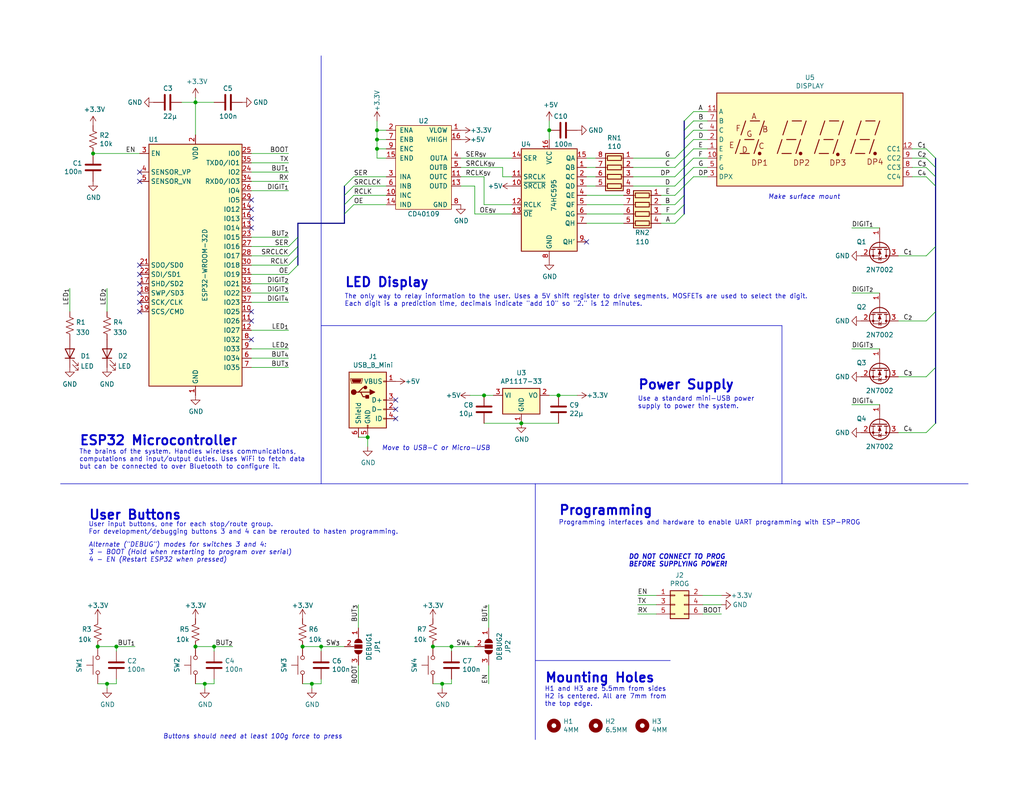
<source format=kicad_sch>
(kicad_sch (version 20230121) (generator eeschema)
  (paper "USLetter")
  (title_block (title "TTC Prediction Sign") (date "2022-04-25") (rev "2") (company "Savo Bajic") (comment 1 "System is programmed using UART") (comment 2 "Users should be able to configure it over bluetooth with a phone") (comment 3 "Users interact using a button to select a group of interest") (comment 4 "Board to display the next four predictions for TTC stops in minutes"))
  (lib_symbols
    (symbol "74xx:74HC595"
      (property "Reference" "U" (at -7.62 13.97 0))
      (property "Value" "74HC595" (at -7.62 -16.51 0))
      (symbol "74HC595_1_0"
        (pin tri_state line (at 10.16 7.62 180) (length 2.54) (name "QB") (number "1"))
        (pin input line (at -10.16 2.54 0) (length 2.54) (name "~{SRCLR}") (number "10"))
        (pin input line (at -10.16 5.08 0) (length 2.54) (name "SRCLK") (number "11"))
        (pin input line (at -10.16 -2.54 0) (length 2.54) (name "RCLK") (number "12"))
        (pin input line (at -10.16 -5.08 0) (length 2.54) (name "~{OE}") (number "13"))
        (pin input line (at -10.16 10.16 0) (length 2.54) (name "SER") (number "14"))
        (pin tri_state line (at 10.16 10.16 180) (length 2.54) (name "QA") (number "15"))
        (pin power_in line (at 0 15.24 270) (length 2.54) (name "VCC") (number "16"))
        (pin tri_state line (at 10.16 5.08 180) (length 2.54) (name "QC") (number "2"))
        (pin tri_state line (at 10.16 2.54 180) (length 2.54) (name "QD") (number "3"))
        (pin tri_state line (at 10.16 0 180) (length 2.54) (name "QE") (number "4"))
        (pin tri_state line (at 10.16 -2.54 180) (length 2.54) (name "QF") (number "5"))
        (pin tri_state line (at 10.16 -5.08 180) (length 2.54) (name "QG") (number "6"))
        (pin tri_state line (at 10.16 -7.62 180) (length 2.54) (name "QH") (number "7"))
        (pin power_in line (at 0 -17.78 90) (length 2.54) (name "GND") (number "8"))
        (pin output line (at 10.16 -12.7 180) (length 2.54) (name "QH'") (number "9"))
      )
    )
    (symbol "Connector:USB_B_Mini" (pin_names (offset 1.016))
      (property "Reference" "J" (at -5.08 11.43 0))
      (property "Value" "USB_B_Mini" (at -5.08 8.89 0))
      (symbol "USB_B_Mini_1_1"
        (pin power_out line (at 7.62 5.08 180) (length 2.54) (name "VBUS") (number "1"))
        (pin bidirectional line (at 7.62 -2.54 180) (length 2.54) (name "D-") (number "2"))
        (pin bidirectional line (at 7.62 0 180) (length 2.54) (name "D+") (number "3"))
        (pin passive line (at 7.62 -5.08 180) (length 2.54) (name "ID") (number "4"))
        (pin power_out line (at 0 -10.16 90) (length 2.54) (name "GND") (number "5"))
        (pin passive line (at -2.54 -10.16 90) (length 2.54) (name "Shield") (number "6"))
      )
    )
    (symbol "Connector_Generic:Conn_02x03_Odd_Even" (pin_names (offset 1.016) hide)
      (property "Reference" "J" (at 1.27 5.08 0))
      (property "Value" "Conn_02x03_Odd_Even" (at 1.27 -5.08 0))
      (symbol "Conn_02x03_Odd_Even_1_1"
        (pin passive line (at -5.08 2.54 0) (length 3.81) (name "Pin_1") (number "1"))
        (pin passive line (at 7.62 2.54 180) (length 3.81) (name "Pin_2") (number "2"))
        (pin passive line (at -5.08 0 0) (length 3.81) (name "Pin_3") (number "3"))
        (pin passive line (at 7.62 0 180) (length 3.81) (name "Pin_4") (number "4"))
        (pin passive line (at -5.08 -2.54 0) (length 3.81) (name "Pin_5") (number "5"))
        (pin passive line (at 7.62 -2.54 180) (length 3.81) (name "Pin_6") (number "6"))
      )
    )
    (symbol "Device:C" (pin_numbers hide) (pin_names (offset 0.254))
      (property "Reference" "C" (at 0.635 2.54 0))
      (property "Value" "C" (at 0.635 -2.54 0))
      (symbol "C_1_1"
        (pin passive line (at 0 3.81 270) (length 2.794) (name "~") (number "1"))
        (pin passive line (at 0 -3.81 90) (length 2.794) (name "~") (number "2"))
      )
    )
    (symbol "Device:LED" (pin_numbers hide) (pin_names (offset 1.016) hide)
      (property "Reference" "D" (at 0 2.54 0))
      (property "Value" "LED" (at 0 -2.54 0))
      (symbol "LED_1_1"
        (pin passive line (at -3.81 0 0) (length 2.54) (name "K") (number "1"))
        (pin passive line (at 3.81 0 180) (length 2.54) (name "A") (number "2"))
      )
    )
    (symbol "Device:R_Pack04" (pin_names (offset 0) hide)
      (property "Reference" "RN" (at -7.62 0 90))
      (property "Value" "R_Pack04" (at 5.08 0 90))
      (symbol "R_Pack04_1_1"
        (pin passive line (at -5.08 -5.08 90) (length 2.54) (name "R1.1") (number "1"))
        (pin passive line (at -2.54 -5.08 90) (length 2.54) (name "R2.1") (number "2"))
        (pin passive line (at 0 -5.08 90) (length 2.54) (name "R3.1") (number "3"))
        (pin passive line (at 2.54 -5.08 90) (length 2.54) (name "R4.1") (number "4"))
        (pin passive line (at 2.54 5.08 270) (length 2.54) (name "R4.2") (number "5"))
        (pin passive line (at 0 5.08 270) (length 2.54) (name "R3.2") (number "6"))
        (pin passive line (at -2.54 5.08 270) (length 2.54) (name "R2.2") (number "7"))
        (pin passive line (at -5.08 5.08 270) (length 2.54) (name "R1.2") (number "8"))
      )
    )
    (symbol "Device:R_US" (pin_numbers hide) (pin_names (offset 0))
      (property "Reference" "R" (at 2.54 0 90))
      (property "Value" "R_US" (at -2.54 0 90))
      (symbol "R_US_1_1"
        (pin passive line (at 0 3.81 270) (length 1.27) (name "~") (number "1"))
        (pin passive line (at 0 -3.81 90) (length 1.27) (name "~") (number "2"))
      )
    )
    (symbol "Jumper:SolderJumper_3_Open" (pin_names (offset 0) hide)
      (property "Reference" "JP" (at -2.54 -2.54 0))
      (property "Value" "SolderJumper_3_Open" (at 0 2.794 0))
      (symbol "SolderJumper_3_Open_1_1"
        (pin passive line (at -5.08 0 0) (length 2.54) (name "A") (number "1"))
        (pin passive line (at 0 -3.81 90) (length 2.54) (name "C") (number "2"))
        (pin passive line (at 5.08 0 180) (length 2.54) (name "B") (number "3"))
      )
    )
    (symbol "Mechanical:MountingHole" (pin_names (offset 1.016))
      (property "Reference" "H" (at 0 5.08 0))
      (property "Value" "MountingHole" (at 0 3.175 0))
    )
    (symbol "RF_Module:ESP32-WROOM-32D"
      (property "Reference" "U" (at -12.7 34.29 0))
      (property "Value" "ESP32-WROOM-32D" (at 1.27 34.29 0))
      (symbol "ESP32-WROOM-32D_1_1"
        (pin power_in line (at 0 -35.56 90) (length 2.54) (name "GND") (number "1"))
        (pin bidirectional line (at 15.24 -12.7 180) (length 2.54) (name "IO25") (number "10"))
        (pin bidirectional line (at 15.24 -15.24 180) (length 2.54) (name "IO26") (number "11"))
        (pin bidirectional line (at 15.24 -17.78 180) (length 2.54) (name "IO27") (number "12"))
        (pin bidirectional line (at 15.24 10.16 180) (length 2.54) (name "IO14") (number "13"))
        (pin bidirectional line (at 15.24 15.24 180) (length 2.54) (name "IO12") (number "14"))
        (pin passive line (at 0 -35.56 90) (length 2.54) hide (name "GND") (number "15"))
        (pin bidirectional line (at 15.24 12.7 180) (length 2.54) (name "IO13") (number "16"))
        (pin bidirectional line (at -15.24 -5.08 0) (length 2.54) (name "SHD/SD2") (number "17"))
        (pin bidirectional line (at -15.24 -7.62 0) (length 2.54) (name "SWP/SD3") (number "18"))
        (pin bidirectional line (at -15.24 -12.7 0) (length 2.54) (name "SCS/CMD") (number "19"))
        (pin power_in line (at 0 35.56 270) (length 2.54) (name "VDD") (number "2"))
        (pin bidirectional line (at -15.24 -10.16 0) (length 2.54) (name "SCK/CLK") (number "20"))
        (pin bidirectional line (at -15.24 0 0) (length 2.54) (name "SDO/SD0") (number "21"))
        (pin bidirectional line (at -15.24 -2.54 0) (length 2.54) (name "SDI/SD1") (number "22"))
        (pin bidirectional line (at 15.24 7.62 180) (length 2.54) (name "IO15") (number "23"))
        (pin bidirectional line (at 15.24 25.4 180) (length 2.54) (name "IO2") (number "24"))
        (pin bidirectional line (at 15.24 30.48 180) (length 2.54) (name "IO0") (number "25"))
        (pin bidirectional line (at 15.24 20.32 180) (length 2.54) (name "IO4") (number "26"))
        (pin bidirectional line (at 15.24 5.08 180) (length 2.54) (name "IO16") (number "27"))
        (pin bidirectional line (at 15.24 2.54 180) (length 2.54) (name "IO17") (number "28"))
        (pin bidirectional line (at 15.24 17.78 180) (length 2.54) (name "IO5") (number "29"))
        (pin input line (at -15.24 30.48 0) (length 2.54) (name "EN") (number "3"))
        (pin bidirectional line (at 15.24 0 180) (length 2.54) (name "IO18") (number "30"))
        (pin bidirectional line (at 15.24 -2.54 180) (length 2.54) (name "IO19") (number "31"))
        (pin no_connect line (at -12.7 -27.94 0) (length 2.54) hide (name "NC") (number "32"))
        (pin bidirectional line (at 15.24 -5.08 180) (length 2.54) (name "IO21") (number "33"))
        (pin bidirectional line (at 15.24 22.86 180) (length 2.54) (name "RXD0/IO3") (number "34"))
        (pin bidirectional line (at 15.24 27.94 180) (length 2.54) (name "TXD0/IO1") (number "35"))
        (pin bidirectional line (at 15.24 -7.62 180) (length 2.54) (name "IO22") (number "36"))
        (pin bidirectional line (at 15.24 -10.16 180) (length 2.54) (name "IO23") (number "37"))
        (pin passive line (at 0 -35.56 90) (length 2.54) hide (name "GND") (number "38"))
        (pin passive line (at 0 -35.56 90) (length 2.54) hide (name "GND") (number "39"))
        (pin input line (at -15.24 25.4 0) (length 2.54) (name "SENSOR_VP") (number "4"))
        (pin input line (at -15.24 22.86 0) (length 2.54) (name "SENSOR_VN") (number "5"))
        (pin input line (at 15.24 -25.4 180) (length 2.54) (name "IO34") (number "6"))
        (pin input line (at 15.24 -27.94 180) (length 2.54) (name "IO35") (number "7"))
        (pin bidirectional line (at 15.24 -20.32 180) (length 2.54) (name "IO32") (number "8"))
        (pin bidirectional line (at 15.24 -22.86 180) (length 2.54) (name "IO33") (number "9"))
      )
    )
    (symbol "Regulator_Linear:AP1117-33"
      (property "Reference" "U" (at -3.81 3.175 0))
      (property "Value" "AP1117-33" (at 0 3.175 0))
      (symbol "AP1117-33_1_1"
        (pin power_in line (at 0 -7.62 90) (length 2.54) (name "GND") (number "1"))
        (pin power_out line (at 7.62 0 180) (length 2.54) (name "VO") (number "2"))
        (pin power_in line (at -7.62 0 0) (length 2.54) (name "VI") (number "3"))
      )
    )
    (symbol "Switch:SW_Push" (pin_numbers hide) (pin_names (offset 1.016) hide)
      (property "Reference" "SW" (at 1.27 2.54 0))
      (property "Value" "SW_Push" (at 0 -1.524 0))
      (symbol "SW_Push_0_1"
        (pin passive line (at -5.08 0 0) (length 2.54) (name "1") (number "1"))
        (pin passive line (at 5.08 0 180) (length 2.54) (name "2") (number "2"))
      )
    )
    (symbol "Transistor_FET:2N7002" (pin_names hide)
      (property "Reference" "Q" (at 5.08 1.905 0))
      (property "Value" "2N7002" (at 5.08 0 0))
      (symbol "2N7002_1_1"
        (pin input line (at -5.08 0 0) (length 2.54) (name "G") (number "1"))
        (pin passive line (at 2.54 -5.08 90) (length 2.54) (name "S") (number "2"))
        (pin passive line (at 2.54 5.08 270) (length 2.54) (name "D") (number "3"))
      )
    )
    (symbol "power:+3.3V" (power) (pin_names (offset 0))
      (property "Value" "+3.3V" (at 0 3.556 0))
      (symbol "+3.3V_1_1"
        (pin power_in line (at 0 0 90) (length 0) hide (name "+3.3V") (number "1"))
      )
    )
    (symbol "power:+5V" (power) (pin_names (offset 0))
      (property "Value" "+5V" (at 0 3.556 0))
      (symbol "+5V_1_1"
        (pin power_in line (at 0 0 90) (length 0) hide (name "+5V") (number "1"))
      )
    )
    (symbol "power:GND" (power) (pin_names (offset 0))
      (property "Value" "GND" (at 0 -3.81 0))
      (symbol "GND_1_1"
        (pin power_in line (at 0 0 270) (length 0) hide (name "GND") (number "1"))
      )
    )
    (symbol "ttc_sign:7-SEG-L"
      (property "Reference" "U" (at -24.13 13.97 0))
      (property "Value" "7-SEG-L" (at 17.78 13.97 0))
      (symbol "7-SEG-L_0_0"
        (text "A" (at -15.24 6.35 0) (effects (font (size 1.524 1.524))))
        (text "B" (at -12.192 2.794 0) (effects (font (size 1.524 1.524))))
        (text "C" (at -13.208 -1.778 0) (effects (font (size 1.524 1.524))))
        (text "D" (at -17.78 -2.794 0) (effects (font (size 1.524 1.524))))
        (text "DP1" (at -13.716 -6.35 0) (effects (font (size 1.524 1.524))))
        (text "DP2" (at -2.286 -6.35 0) (effects (font (size 1.524 1.524))))
        (text "DP3" (at 7.62 -6.35 0) (effects (font (size 1.524 1.524))))
        (text "DP4" (at 17.78 -6.096 0) (effects (font (size 1.524 1.524))))
        (text "E" (at -21.336 -1.524 0) (effects (font (size 1.524 1.524))))
        (text "F" (at -19.558 3.048 0) (effects (font (size 1.524 1.524))))
        (text "G" (at -16.51 1.524 0) (effects (font (size 1.524 1.524))))
      )
      (symbol "7-SEG-L_1_1"
        (pin input line (at -27.94 -2.54 0) (length 2.54) (name "E") (number "1"))
        (pin input line (at -27.94 -5.08 0) (length 2.54) (name "F") (number "10"))
        (pin input line (at -27.94 7.62 0) (length 2.54) (name "A") (number "11"))
        (pin output line (at 27.94 -2.54 180) (length 2.54) (name "CC1") (number "12"))
        (pin input line (at -27.94 0 0) (length 2.54) (name "D") (number "2"))
        (pin input line (at -27.94 -10.16 0) (length 2.54) (name "DPX") (number "3"))
        (pin input line (at -27.94 2.54 0) (length 2.54) (name "C") (number "4"))
        (pin input line (at -27.94 -7.62 0) (length 2.54) (name "G") (number "5"))
        (pin output line (at 27.94 -10.16 180) (length 2.54) (name "CC4") (number "6"))
        (pin input line (at -27.94 5.08 0) (length 2.54) (name "B") (number "7"))
        (pin output line (at 27.94 -7.62 180) (length 2.54) (name "CC3") (number "8"))
        (pin output line (at 27.94 -5.08 180) (length 2.54) (name "CC2") (number "9"))
      )
    )
    (symbol "ttc_sign:CD40109" (pin_names (offset 1.016))
      (property "Reference" "U" (at 0 15.24 0))
      (property "Value" "CD40109" (at 0 12.7 0))
      (symbol "CD40109_1_1"
        (pin power_in line (at 10.16 10.16 180) (length 2.54) (name "VLOW") (number "1"))
        (pin input line (at -10.16 -7.62 0) (length 2.54) (name "INC") (number "10"))
        (pin output line (at 10.16 -2.54 180) (length 2.54) (name "OUTC") (number "11"))
        (pin no_connect line (at 0 -13.97 90) (length 2.54) hide (name "NC") (number "12"))
        (pin output line (at 10.16 -5.08 180) (length 2.54) (name "OUTD") (number "13"))
        (pin input line (at -10.16 -10.16 0) (length 2.54) (name "IND") (number "14"))
        (pin input line (at -10.16 2.54 0) (length 2.54) (name "END") (number "15"))
        (pin power_in line (at 10.16 7.62 180) (length 2.54) (name "VHIGH") (number "16"))
        (pin input line (at -10.16 10.16 0) (length 2.54) (name "ENA") (number "2"))
        (pin input line (at -10.16 -2.54 0) (length 2.54) (name "INA") (number "3"))
        (pin output line (at 10.16 2.54 180) (length 2.54) (name "OUTA") (number "4"))
        (pin output line (at 10.16 0 180) (length 2.54) (name "OUTB") (number "5"))
        (pin input line (at -10.16 -5.08 0) (length 2.54) (name "INB") (number "6"))
        (pin input line (at -10.16 7.62 0) (length 2.54) (name "ENB") (number "7"))
        (pin power_in line (at 10.16 -10.16 180) (length 2.54) (name "GND") (number "8"))
        (pin input line (at -10.16 5.08 0) (length 2.54) (name "ENC") (number "9"))
      )
    )
  )
  (junction (at 31.75 176.53))
  (junction (at 102.87 35.56))
  (junction (at 152.4 107.95))
  (junction (at 102.87 38.1))
  (junction (at 26.67 176.53))
  (junction (at 85.09 186.69))
  (junction (at 118.11 176.53))
  (junction (at 87.63 176.53))
  (junction (at 149.86 35.56))
  (junction (at 142.24 115.57))
  (junction (at 82.55 176.53))
  (junction (at 102.87 40.64))
  (junction (at 100.33 119.38))
  (junction (at 53.34 27.94))
  (junction (at 132.08 107.95))
  (junction (at 29.21 186.69))
  (junction (at 25.4 41.91))
  (junction (at 53.34 176.53))
  (junction (at 58.42 176.53))
  (junction (at 120.65 186.69))
  (junction (at 123.19 176.53))
  (junction (at 55.88 186.69))
  (no_connect (at 38.1 46.99))
  (no_connect (at 68.58 62.23))
  (no_connect (at 107.95 109.22))
  (no_connect (at 68.58 87.63))
  (no_connect (at 68.58 57.15))
  (no_connect (at 38.1 80.01))
  (no_connect (at 38.1 77.47))
  (no_connect (at 38.1 82.55))
  (no_connect (at 160.02 66.04))
  (no_connect (at 68.58 59.69))
  (no_connect (at 38.1 85.09))
  (no_connect (at 38.1 72.39))
  (no_connect (at 68.58 54.61))
  (no_connect (at 68.58 85.09))
  (no_connect (at 38.1 49.53))
  (no_connect (at 107.95 111.76))
  (no_connect (at 68.58 92.71))
  (no_connect (at 38.1 74.93))
  (no_connect (at 107.95 114.3))
  (bus_entry (at 184.15 60.96) (size 2.54 -2.54))
  (bus_entry (at 184.15 45.72) (size 2.54 -2.54))
  (bus_entry (at 252.73 43.18) (size 2.54 2.54))
  (bus_entry (at 189.23 48.26) (size -2.54 2.54))
  (bus_entry (at 93.98 50.8) (size 2.54 -2.54))
  (bus_entry (at 189.23 43.18) (size -2.54 2.54))
  (bus_entry (at 78.74 67.31) (size 2.54 -2.54))
  (bus_entry (at 78.74 74.93) (size 2.54 -2.54))
  (bus_entry (at 78.74 69.85) (size 2.54 -2.54))
  (bus_entry (at 78.74 72.39) (size 2.54 -2.54))
  (bus_entry (at 189.23 30.48) (size -2.54 2.54))
  (bus_entry (at 93.98 55.88) (size 2.54 -2.54))
  (bus_entry (at 189.23 40.64) (size -2.54 2.54))
  (bus_entry (at 255.27 115.57) (size -2.54 2.54))
  (bus_entry (at 255.27 67.31) (size -2.54 2.54))
  (bus_entry (at 184.15 50.8) (size 2.54 -2.54))
  (bus_entry (at 255.27 85.09) (size -2.54 2.54))
  (bus_entry (at 93.98 53.34) (size 2.54 -2.54))
  (bus_entry (at 93.98 58.42) (size 2.54 -2.54))
  (bus_entry (at 189.23 45.72) (size -2.54 2.54))
  (bus_entry (at 252.73 48.26) (size 2.54 2.54))
  (bus_entry (at 252.73 40.64) (size 2.54 2.54))
  (bus_entry (at 184.15 43.18) (size 2.54 -2.54))
  (bus_entry (at 189.23 35.56) (size -2.54 2.54))
  (bus_entry (at 252.73 45.72) (size 2.54 2.54))
  (bus_entry (at 184.15 53.34) (size 2.54 -2.54))
  (bus_entry (at 189.23 38.1) (size -2.54 2.54))
  (bus_entry (at 255.27 100.33) (size -2.54 2.54))
  (bus_entry (at 184.15 48.26) (size 2.54 -2.54))
  (bus_entry (at 184.15 55.88) (size 2.54 -2.54))
  (bus_entry (at 189.23 33.02) (size -2.54 2.54))
  (bus_entry (at 184.15 58.42) (size 2.54 -2.54))
  (wire (pts (xy 68.58 46.99) (xy 78.74 46.99)))
  (wire (pts (xy 160.02 43.18) (xy 162.56 43.18)))
  (wire (pts (xy 248.92 43.18) (xy 252.73 43.18)))
  (wire (pts (xy 160.02 48.26) (xy 162.56 48.26)))
  (wire (pts (xy 248.92 45.72) (xy 252.73 45.72)))
  (bus (pts (xy 186.69 55.88) (xy 186.69 58.42)))
  (wire (pts (xy 68.58 52.07) (xy 78.74 52.07)))
  (wire (pts (xy 129.54 50.8) (xy 129.54 58.42)))
  (wire (pts (xy 252.73 69.85) (xy 245.11 69.85)))
  (wire (pts (xy 31.75 176.53) (xy 36.83 176.53)))
  (wire (pts (xy 149.86 33.02) (xy 149.86 35.56)))
  (wire (pts (xy 58.42 185.42) (xy 58.42 186.69)))
  (wire (pts (xy 172.72 45.72) (xy 184.15 45.72)))
  (wire (pts (xy 132.08 55.88) (xy 139.7 55.88)))
  (wire (pts (xy 120.65 186.69) (xy 118.11 186.69)))
  (wire (pts (xy 120.65 187.96) (xy 120.65 186.69)))
  (wire (pts (xy 29.21 78.74) (xy 29.21 85.09)))
  (wire (pts (xy 189.23 48.26) (xy 193.04 48.26)))
  (wire (pts (xy 97.79 186.69) (xy 97.79 181.61)))
  (wire (pts (xy 189.23 35.56) (xy 193.04 35.56)))
  (wire (pts (xy 102.87 38.1) (xy 105.41 38.1)))
  (wire (pts (xy 87.63 176.53) (xy 87.63 177.8)))
  (wire (pts (xy 102.87 40.64) (xy 102.87 43.18)))
  (wire (pts (xy 132.08 107.95) (xy 134.62 107.95)))
  (bus (pts (xy 255.27 100.33) (xy 255.27 115.57)))
  (wire (pts (xy 189.23 45.72) (xy 193.04 45.72)))
  (wire (pts (xy 58.42 176.53) (xy 63.5 176.53)))
  (bus (pts (xy 81.28 60.96) (xy 93.98 60.96)))
  (wire (pts (xy 160.02 53.34) (xy 170.18 53.34)))
  (wire (pts (xy 49.53 27.94) (xy 53.34 27.94)))
  (wire (pts (xy 180.34 60.96) (xy 184.15 60.96)))
  (wire (pts (xy 149.86 35.56) (xy 149.86 38.1)))
  (wire (pts (xy 118.11 176.53) (xy 123.19 176.53)))
  (wire (pts (xy 189.23 40.64) (xy 193.04 40.64)))
  (wire (pts (xy 31.75 186.69) (xy 29.21 186.69)))
  (wire (pts (xy 97.79 119.38) (xy 100.33 119.38)))
  (wire (pts (xy 232.41 80.01) (xy 240.03 80.01)))
  (wire (pts (xy 142.24 115.57) (xy 152.4 115.57)))
  (wire (pts (xy 78.74 74.93) (xy 68.58 74.93)))
  (wire (pts (xy 133.35 165.1) (xy 133.35 171.45)))
  (wire (pts (xy 68.58 95.25) (xy 78.74 95.25)))
  (wire (pts (xy 160.02 55.88) (xy 170.18 55.88)))
  (wire (pts (xy 93.98 176.53) (xy 87.63 176.53)))
  (bus (pts (xy 81.28 64.77) (xy 81.28 67.31)))
  (wire (pts (xy 172.72 43.18) (xy 184.15 43.18)))
  (wire (pts (xy 232.41 62.23) (xy 240.03 62.23)))
  (wire (pts (xy 123.19 186.69) (xy 120.65 186.69)))
  (wire (pts (xy 68.58 97.79) (xy 78.74 97.79)))
  (wire (pts (xy 180.34 53.34) (xy 184.15 53.34)))
  (wire (pts (xy 29.21 187.96) (xy 29.21 186.69)))
  (wire (pts (xy 149.86 107.95) (xy 152.4 107.95)))
  (wire (pts (xy 196.85 165.1) (xy 191.77 165.1)))
  (wire (pts (xy 180.34 58.42) (xy 184.15 58.42)))
  (wire (pts (xy 87.63 185.42) (xy 87.63 186.69)))
  (wire (pts (xy 96.52 48.26) (xy 105.41 48.26)))
  (wire (pts (xy 78.74 82.55) (xy 68.58 82.55)))
  (wire (pts (xy 189.23 33.02) (xy 193.04 33.02)))
  (wire (pts (xy 189.23 43.18) (xy 193.04 43.18)))
  (polyline (pts (xy 16.51 132.08) (xy 264.16 132.08)))
  (wire (pts (xy 68.58 41.91) (xy 78.74 41.91)))
  (wire (pts (xy 68.58 64.77) (xy 78.74 64.77)))
  (bus (pts (xy 93.98 55.88) (xy 93.98 58.42)))
  (wire (pts (xy 53.34 27.94) (xy 58.42 27.94)))
  (bus (pts (xy 186.69 45.72) (xy 186.69 48.26)))
  (bus (pts (xy 255.27 50.8) (xy 255.27 67.31)))
  (wire (pts (xy 102.87 38.1) (xy 102.87 40.64)))
  (wire (pts (xy 248.92 48.26) (xy 252.73 48.26)))
  (bus (pts (xy 186.69 53.34) (xy 186.69 55.88)))
  (wire (pts (xy 53.34 176.53) (xy 58.42 176.53)))
  (wire (pts (xy 152.4 107.95) (xy 157.48 107.95)))
  (wire (pts (xy 172.72 50.8) (xy 184.15 50.8)))
  (wire (pts (xy 173.99 165.1) (xy 179.07 165.1)))
  (bus (pts (xy 81.28 69.85) (xy 81.28 72.39)))
  (wire (pts (xy 25.4 41.91) (xy 38.1 41.91)))
  (wire (pts (xy 31.75 176.53) (xy 31.75 177.8)))
  (bus (pts (xy 186.69 43.18) (xy 186.69 45.72)))
  (bus (pts (xy 255.27 67.31) (xy 255.27 85.09)))
  (wire (pts (xy 125.73 43.18) (xy 139.7 43.18)))
  (wire (pts (xy 102.87 35.56) (xy 102.87 38.1)))
  (wire (pts (xy 137.16 48.26) (xy 139.7 48.26)))
  (wire (pts (xy 160.02 50.8) (xy 162.56 50.8)))
  (wire (pts (xy 55.88 187.96) (xy 55.88 186.69)))
  (polyline (pts (xy 87.63 15.24) (xy 87.63 132.08)))
  (bus (pts (xy 93.98 58.42) (xy 93.98 60.96)))
  (wire (pts (xy 102.87 43.18) (xy 105.41 43.18)))
  (polyline (pts (xy 146.05 201.93) (xy 146.05 132.08)))
  (wire (pts (xy 58.42 186.69) (xy 55.88 186.69)))
  (wire (pts (xy 82.55 176.53) (xy 87.63 176.53)))
  (wire (pts (xy 252.73 87.63) (xy 245.11 87.63)))
  (bus (pts (xy 81.28 67.31) (xy 81.28 69.85)))
  (wire (pts (xy 96.52 50.8) (xy 105.41 50.8)))
  (wire (pts (xy 173.99 167.64) (xy 179.07 167.64)))
  (wire (pts (xy 128.27 107.95) (xy 132.08 107.95)))
  (wire (pts (xy 196.85 167.64) (xy 191.77 167.64)))
  (wire (pts (xy 252.73 118.11) (xy 245.11 118.11)))
  (wire (pts (xy 189.23 30.48) (xy 193.04 30.48)))
  (wire (pts (xy 232.41 110.49) (xy 240.03 110.49)))
  (bus (pts (xy 186.69 40.64) (xy 186.69 43.18)))
  (wire (pts (xy 78.74 69.85) (xy 68.58 69.85)))
  (wire (pts (xy 180.34 55.88) (xy 184.15 55.88)))
  (bus (pts (xy 255.27 45.72) (xy 255.27 48.26)))
  (bus (pts (xy 255.27 43.18) (xy 255.27 45.72)))
  (wire (pts (xy 78.74 80.01) (xy 68.58 80.01)))
  (bus (pts (xy 255.27 85.09) (xy 255.27 100.33)))
  (wire (pts (xy 172.72 48.26) (xy 184.15 48.26)))
  (wire (pts (xy 125.73 50.8) (xy 129.54 50.8)))
  (wire (pts (xy 129.54 58.42) (xy 139.7 58.42)))
  (wire (pts (xy 78.74 72.39) (xy 68.58 72.39)))
  (wire (pts (xy 102.87 33.02) (xy 102.87 35.56)))
  (wire (pts (xy 133.35 181.61) (xy 133.35 186.69)))
  (bus (pts (xy 186.69 38.1) (xy 186.69 40.64)))
  (wire (pts (xy 87.63 186.69) (xy 85.09 186.69)))
  (bus (pts (xy 186.69 48.26) (xy 186.69 50.8)))
  (wire (pts (xy 160.02 60.96) (xy 170.18 60.96)))
  (wire (pts (xy 123.19 185.42) (xy 123.19 186.69)))
  (wire (pts (xy 248.92 40.64) (xy 252.73 40.64)))
  (wire (pts (xy 68.58 90.17) (xy 78.74 90.17)))
  (bus (pts (xy 186.69 35.56) (xy 186.69 38.1)))
  (wire (pts (xy 68.58 49.53) (xy 78.74 49.53)))
  (wire (pts (xy 96.52 53.34) (xy 105.41 53.34)))
  (wire (pts (xy 196.85 162.56) (xy 191.77 162.56)))
  (bus (pts (xy 93.98 53.34) (xy 93.98 55.88)))
  (wire (pts (xy 55.88 186.69) (xy 53.34 186.69)))
  (wire (pts (xy 85.09 187.96) (xy 85.09 186.69)))
  (wire (pts (xy 58.42 176.53) (xy 58.42 177.8)))
  (wire (pts (xy 97.79 165.1) (xy 97.79 171.45)))
  (wire (pts (xy 96.52 55.88) (xy 105.41 55.88)))
  (wire (pts (xy 68.58 100.33) (xy 78.74 100.33)))
  (wire (pts (xy 129.54 176.53) (xy 123.19 176.53)))
  (bus (pts (xy 186.69 50.8) (xy 186.69 53.34)))
  (wire (pts (xy 160.02 45.72) (xy 162.56 45.72)))
  (bus (pts (xy 93.98 50.8) (xy 93.98 53.34)))
  (wire (pts (xy 53.34 27.94) (xy 53.34 36.83)))
  (wire (pts (xy 78.74 67.31) (xy 68.58 67.31)))
  (polyline (pts (xy 87.63 88.9) (xy 213.36 88.9)))
  (wire (pts (xy 100.33 119.38) (xy 100.33 121.92)))
  (wire (pts (xy 19.05 78.74) (xy 19.05 85.09)))
  (wire (pts (xy 29.21 186.69) (xy 26.67 186.69)))
  (wire (pts (xy 53.34 26.67) (xy 53.34 27.94)))
  (wire (pts (xy 78.74 77.47) (xy 68.58 77.47)))
  (wire (pts (xy 132.08 115.57) (xy 142.24 115.57)))
  (wire (pts (xy 105.41 35.56) (xy 102.87 35.56)))
  (wire (pts (xy 132.08 48.26) (xy 132.08 55.88)))
  (wire (pts (xy 125.73 48.26) (xy 132.08 48.26)))
  (wire (pts (xy 26.67 176.53) (xy 31.75 176.53)))
  (bus (pts (xy 255.27 48.26) (xy 255.27 50.8)))
  (polyline (pts (xy 146.05 180.34) (xy 182.88 180.34)))
  (wire (pts (xy 232.41 95.25) (xy 240.03 95.25)))
  (bus (pts (xy 186.69 33.02) (xy 186.69 35.56)))
  (wire (pts (xy 252.73 102.87) (xy 245.11 102.87)))
  (wire (pts (xy 189.23 38.1) (xy 193.04 38.1)))
  (polyline (pts (xy 213.36 88.9) (xy 213.36 132.08)))
  (wire (pts (xy 125.73 45.72) (xy 137.16 45.72)))
  (wire (pts (xy 68.58 44.45) (xy 78.74 44.45)))
  (wire (pts (xy 31.75 185.42) (xy 31.75 186.69)))
  (wire (pts (xy 137.16 45.72) (xy 137.16 48.26)))
  (wire (pts (xy 105.41 40.64) (xy 102.87 40.64)))
  (wire (pts (xy 173.99 162.56) (xy 179.07 162.56)))
  (wire (pts (xy 123.19 176.53) (xy 123.19 177.8)))
  (bus (pts (xy 81.28 60.96) (xy 81.28 64.77)))
  (wire (pts (xy 160.02 58.42) (xy 170.18 58.42)))
  (wire (pts (xy 85.09 186.69) (xy 82.55 186.69)))
  (text_box "POSSIBLE IMPROVEMENTS:\n- Add external pull up resistors for buttons and other lines that need pulling up (GPIO0?)\n- Connect 3.3V to programming header\n- Use some surface mount displays\n- Add some status LEDs for the ESP32 to directly control\n- Get better buttons (harder than 100g press)\n- Move to Micro-USB or USB-C power\n- Look into a better programming method.\n- Maybe try the continuous version with the modifications to the EN line?" (at 15.24 218.44 0) (size 191.77 27.94) (effects (font (size 1.27 1.27)) (justify left top)))
  (text "LED Display" (at 93.98 78.74 0) (effects (font (size 2.54 2.54) (thickness 0.508) bold) (justify left bottom)))
  (text "Move to USB-C or Micro-USB" (at 104.14 123.19 0) (effects (font (size 1.27 1.27) italic) (justify left bottom)))
  (text "Mounting Holes" (at 148.59 186.69 0) (effects (font (size 2.54 2.54) (thickness 0.508) bold) (justify left bottom)))
  (text "ESP32 Microcontroller" (at 21.59 121.92 0) (effects (font (size 2.54 2.54) (thickness 0.508) bold) (justify left bottom)))
  (text "Programming" (at 152.4 140.97 0) (effects (font (size 2.54 2.54) (thickness 0.508) bold) (justify left bottom)))
  (text "User input buttons, one for each stop/route group.\nFor development/debugging buttons 3 and 4 can be rerouted to hasten programming." (at 24.13 146.05 0) (effects (font (size 1.27 1.27)) (justify left bottom)))
  (text "Programming interfaces and hardware to enable UART programming with ESP-PROG" (at 152.4 143.51 0) (effects (font (size 1.27 1.27)) (justify left bottom)))
  (text "DO NOT CONNECT TO PROG \nBEFORE SUPPLYING POWER!" (at 171.45 154.94 0) (effects (font (size 1.27 1.27) (thickness 0.254) bold italic) (justify left bottom)))
  (text "Power Supply" (at 173.99 106.68 0) (effects (font (size 2.54 2.54) (thickness 0.508) bold) (justify left bottom)))
  (text "Make surface mount" (at 209.55 54.61 0) (effects (font (size 1.27 1.27) italic) (justify left bottom)))
  (text "Alternate (\"DEBUG\") modes for switches 3 and 4:\n3 - BOOT (Hold when restarting to program over serial)\n4 - EN (Restart ESP32 when pressed)" (at 24.13 153.67 0) (effects (font (size 1.27 1.27) italic) (justify left bottom)))
  (text "The brains of the system. Handles wireless communications,\ncomputations and input/output duties. Uses WiFi to fetch data\nbut can be connected to over Bluetooth to configure it." (at 21.59 128.27 0) (effects (font (size 1.27 1.27)) (justify left bottom)))
  (text "Use a standard mini-USB power\nsupply to power the system." (at 173.99 111.76 0) (effects (font (size 1.27 1.27)) (justify left bottom)))
  (text "The only way to relay information to the user. Uses a 5V shift register to drive segments, MOSFETs are used to select the digit.\nEach digit is a prediction time, decimals indicate \"add 10\" so \"2.\" is 12 minutes. " (at 93.98 83.82 0) (effects (font (size 1.27 1.27)) (justify left bottom)))
  (text "User Buttons" (at 24.13 142.24 0) (effects (font (size 2.54 2.54) (thickness 0.508) bold) (justify left bottom)))
  (text "H1 and H3 are 5.5mm from sides\nH2 is centered. All are 7mm from\nthe top edge." (at 148.59 193.04 0) (effects (font (size 1.27 1.27)) (justify left bottom)))
  (text "Buttons should need at least 100g force to press" (at 44.45 201.93 0) (effects (font (size 1.27 1.27) italic) (justify left bottom)))
  (label "E" (at 190.5 40.64 0))
  (label "RX" (at 173.99 167.64 0))
  (label "RCLK" (at 78.74 72.39 180))
  (label "RCLK" (at 96.52 53.34 0))
  (label "BUT_{1}" (at 78.74 46.99 180))
  (label "SER_{5V}" (at 127 43.18 0))
  (label "DIGIT_{4}" (at 232.41 110.49 0))
  (label "C_{2}" (at 252.73 43.18 180))
  (label "LED_{2}" (at 78.74 95.25 180))
  (label "SW_{4}" (at 124.46 176.53 0))
  (label "DP" (at 182.88 48.26 180))
  (label "RCLK_{5V}" (at 127 48.26 0))
  (label "DIGIT_{4}" (at 78.74 82.55 180))
  (label "EN" (at 34.29 41.91 0))
  (label "G" (at 182.88 43.18 180))
  (label "A" (at 190.5 30.48 0))
  (label "DIGIT_{2}" (at 232.41 80.01 0))
  (label "D" (at 190.5 38.1 0))
  (label "B" (at 182.88 55.88 180))
  (label "C_{4}" (at 252.73 48.26 180))
  (label "C_{3}" (at 248.92 102.87 180))
  (label "DIGIT_{2}" (at 78.74 77.47 180))
  (label "SER" (at 96.52 48.26 0))
  (label "C_{4}" (at 248.92 118.11 180))
  (label "C_{1}" (at 252.73 40.64 180))
  (label "D" (at 182.88 50.8 180))
  (label "LED_{2}" (at 29.21 78.74 270))
  (label "B" (at 190.5 33.02 0))
  (label "LED_{1}" (at 78.74 90.17 180))
  (label "BUT_{2}" (at 63.5 176.53 180))
  (label "LED_{1}" (at 19.05 78.74 270))
  (label "OE" (at 78.74 74.93 180))
  (label "BUT_{4}" (at 78.74 97.79 180))
  (label "BOOT" (at 78.74 41.91 180))
  (label "DIGIT_{1}" (at 78.74 52.07 180))
  (label "BOOT" (at 97.79 186.69 90))
  (label "OE" (at 96.52 55.88 0))
  (label "C_{2}" (at 248.92 87.63 180))
  (label "C" (at 182.88 45.72 180))
  (label "DP" (at 190.5 48.26 0))
  (label "A" (at 182.88 60.96 180))
  (label "SER" (at 78.74 67.31 180))
  (label "BUT_{2}" (at 78.74 64.77 180))
  (label "TX" (at 173.99 165.1 0))
  (label "EN" (at 133.35 186.69 90))
  (label "TX" (at 78.74 44.45 180))
  (label "BUT_{1}" (at 36.83 176.53 180))
  (label "BUT_{3}" (at 97.79 165.1 270))
  (label "BUT_{3}" (at 78.74 100.33 180))
  (label "F" (at 182.88 58.42 180))
  (label "EN" (at 173.99 162.56 0))
  (label "C_{3}" (at 252.73 45.72 180))
  (label "BOOT" (at 196.85 167.64 180))
  (label "SW_{3}" (at 88.9 176.53 0))
  (label "RX" (at 78.74 49.53 180))
  (label "F" (at 190.5 43.18 0))
  (label "DIGIT_{1}" (at 232.41 62.23 0))
  (label "DIGIT_{3}" (at 78.74 80.01 180))
  (label "BUT_{4}" (at 133.35 165.1 270))
  (label "DIGIT_{3}" (at 232.41 95.25 0))
  (label "C" (at 190.5 35.56 0))
  (label "SRCLCK" (at 78.74 69.85 180))
  (label "E" (at 182.88 53.34 180))
  (label "OE_{5V}" (at 130.81 58.42 0))
  (label "G" (at 190.5 45.72 0))
  (label "SRCLCK" (at 96.52 50.8 0))
  (label "C_{1}" (at 248.92 69.85 180))
  (label "SRCLK_{5V}" (at 127 45.72 0))
  (symbol (lib_id "RF_Module:ESP32-WROOM-32D") (at 53.34 72.39 0) (unit 1)
    (property "Reference" "U1" (at 41.91 38.1 0))
    (property "Value" "ESP32-WROOM-32D" (at 55.88 72.39 90))
    (property "Footprint" "RF_Module:ESP32-WROOM-32D" (effects hide))
    (property "Datasheet" "https://www.espressif.com/sites/default/files/documentation/esp32-wroom-32d_esp32-wroom-32u_datasheet_en.pdf" (effects hide))
  )
  (symbol (lib_id "74xx:74HC595") (at 149.86 53.34 0) (unit 1)
    (property "Reference" "U4" (at 143.51 39.37 0))
    (property "Value" "74HC595" (at 151.13 53.34 90))
    (property "Footprint" "Package_SO:SOP-16_3.9x9.9mm_P1.27mm" (effects hide))
    (property "Datasheet" "http://www.ti.com/lit/ds/symlink/sn74hc595.pdf" (effects hide))
  )
  (symbol (lib_id "Transistor_FET:2N7002") (at 240.03 67.31 270) (unit 1)
    (property "Reference" "Q1" (at 233.68 66.04 90) (effects (justify left)))
    (property "Value" "2N7002" (at 236.22 73.66 90) (effects (justify left)))
    (property "Footprint" "Package_TO_SOT_SMD:SOT-23" (effects hide))
    (property "Datasheet" "https://www.onsemi.com/pub/Collateral/NDS7002A-D.PDF" (effects hide))
  )
  (symbol (lib_id "ttc_sign:CD40109") (at 115.57 45.72 0) (unit 1)
    (property "Reference" "U2" (at 115.57 33.02 0))
    (property "Value" "CD40109" (at 115.57 58.42 0))
    (property "Footprint" "Package_SO:SO-16_5.3x10.2mm_P1.27mm" (effects hide))
    (property "Datasheet" "https://www.ti.com/lit/ds/symlink/cd40109b.pdf?HQS=dis-mous-null-mousermode-dsf-pf-null-wwe&ts=1622397739017&ref_url=https%253A%252F%252Fwww.mouser.ca%252F" (effects hide))
  )
  (symbol (lib_id "Device:R_Pack04") (at 175.26 58.42 90) (mirror x) (unit 1)
    (property "Reference" "RN2" (at 175.26 63.5 90))
    (property "Value" "110" (at 175.26 66.04 90))
    (property "Footprint" "Resistor_SMD:R_Array_Concave_4x0603" (effects hide))
  )
  (symbol (lib_id "power:+3.3V") (at 53.34 26.67 0) (unit 1)
    (property "Reference" "#PWR08" (effects hide))
    (property "Value" "+3.3V" (at 53.721 22.2758 0))
  )
  (symbol (lib_id "power:+3.3V") (at 125.73 35.56 270) (unit 1)
    (property "Reference" "#PWR020" (effects hide))
    (property "Value" "+3.3V" (at 128.27 35.56 90) (effects (justify left)))
  )
  (symbol (lib_id "power:+5V") (at 125.73 38.1 270) (unit 1)
    (property "Reference" "#PWR021" (effects hide))
    (property "Value" "+5V" (at 128.27 38.1 90) (effects (justify left)))
  )
  (symbol (lib_id "power:+5V") (at 149.86 33.02 0) (unit 1)
    (property "Reference" "#PWR026" (effects hide))
    (property "Value" "+5V" (at 150.241 28.6258 0))
  )
  (symbol (lib_id "power:GND") (at 53.34 107.95 0) (unit 1)
    (property "Reference" "#PWR09" (effects hide))
    (property "Value" "GND" (at 53.467 112.3442 0))
  )
  (symbol (lib_id "power:GND") (at 125.73 55.88 0) (unit 1)
    (property "Reference" "#PWR022" (effects hide))
    (property "Value" "GND" (at 125.857 60.2742 0))
  )
  (symbol (lib_id "power:GND") (at 149.86 71.12 0) (unit 1)
    (property "Reference" "#PWR027" (effects hide))
    (property "Value" "GND" (at 149.987 75.5142 0))
  )
  (symbol (lib_id "Device:R_Pack04") (at 167.64 48.26 90) (mirror x) (unit 1)
    (property "Reference" "RN1" (at 167.64 37.6682 90))
    (property "Value" "110" (at 167.64 39.9796 90))
    (property "Footprint" "Resistor_SMD:R_Array_Concave_4x0603" (effects hide))
  )
  (symbol (lib_id "ttc_sign:7-SEG-L") (at 220.98 38.1 0) (unit 1)
    (property "Reference" "U5" (at 220.98 21.1582 0))
    (property "Value" "DISPLAY" (at 220.98 23.4696 0))
    (property "Footprint" "ttc_sign:7SEG4DIG20MM" (effects hide))
    (property "Datasheet" "https://www.creatroninc.com/download/7-Segment-Array-Datasheet.pdf" (effects hide))
  )
  (symbol (lib_id "power:GND") (at 234.95 69.85 270) (unit 1)
    (property "Reference" "#PWR032" (effects hide))
    (property "Value" "GND" (at 229.87 69.85 90))
  )
  (symbol (lib_id "power:+3.3V") (at 102.87 33.02 0) (unit 1)
    (property "Reference" "#PWR016" (effects hide))
    (property "Value" "+3.3V" (at 102.87 30.48 90) (effects (justify left)))
  )
  (symbol (lib_id "power:+5V") (at 139.7 50.8 90) (unit 1)
    (property "Reference" "#PWR024" (effects hide))
    (property "Value" "+5V" (at 137.16 50.8 90) (effects (justify left)))
  )
  (symbol (lib_id "Switch:SW_Push") (at 26.67 181.61 90) (unit 1)
    (property "Reference" "SW1" (at 21.59 181.61 0))
    (property "Value" "SW_Push" (effects hide))
    (property "Footprint" "Button_Switch_SMD:SW_SPST_SKQG_WithStem" (effects hide))
  )
  (symbol (lib_id "Device:R_US") (at 25.4 38.1 180) (unit 1)
    (property "Reference" "R2" (at 27.1272 36.9316 0) (effects (justify right)))
    (property "Value" "10k" (at 27.1272 39.243 0) (effects (justify right)))
    (property "Footprint" "Resistor_SMD:R_0603_1608Metric" (effects hide))
  )
  (symbol (lib_id "power:+3.3V") (at 25.4 34.29 0) (unit 1)
    (property "Reference" "#PWR02" (effects hide))
    (property "Value" "+3.3V" (at 25.781 29.8958 0))
  )
  (symbol (lib_id "Device:C") (at 25.4 45.72 0) (mirror x) (unit 1)
    (property "Reference" "C1" (at 22.479 44.5516 0) (effects (justify right)))
    (property "Value" "100n" (at 22.479 46.863 0) (effects (justify right)))
    (property "Footprint" "Capacitor_SMD:C_0603_1608Metric" (effects hide))
  )
  (symbol (lib_id "power:GND") (at 25.4 49.53 0) (unit 1)
    (property "Reference" "#PWR03" (effects hide))
    (property "Value" "GND" (at 25.527 53.9242 0))
  )
  (symbol (lib_id "Regulator_Linear:AP1117-33") (at 142.24 107.95 0) (unit 1)
    (property "Reference" "U3" (at 142.24 101.8032 0))
    (property "Value" "AP1117-33" (at 142.24 104.1146 0))
    (property "Footprint" "Package_TO_SOT_SMD:SOT-223-3_TabPin2" (effects hide))
    (property "Datasheet" "http://www.diodes.com/datasheets/AP1117.pdf" (effects hide))
  )
  (symbol (lib_id "Device:C") (at 132.08 111.76 0) (mirror x) (unit 1)
    (property "Reference" "C8" (at 129.159 110.5916 0) (effects (justify right)))
    (property "Value" "10µ" (at 129.159 112.903 0) (effects (justify right)))
    (property "Footprint" "Capacitor_SMD:C_0603_1608Metric" (effects hide))
  )
  (symbol (lib_id "Device:C") (at 152.4 111.76 0) (unit 1)
    (property "Reference" "C9" (at 155.321 110.5916 0) (effects (justify left)))
    (property "Value" "22µ" (at 155.321 112.903 0) (effects (justify left)))
    (property "Footprint" "Capacitor_SMD:C_0805_2012Metric" (effects hide))
  )
  (symbol (lib_id "power:GND") (at 142.24 115.57 0) (unit 1)
    (property "Reference" "#PWR025" (effects hide))
    (property "Value" "GND" (at 142.367 119.9642 0))
  )
  (symbol (lib_id "Switch:SW_Push") (at 53.34 181.61 90) (unit 1)
    (property "Reference" "SW2" (at 48.26 181.61 0))
    (property "Value" "SW_Push" (effects hide))
    (property "Footprint" "Button_Switch_SMD:SW_SPST_SKQG_WithStem" (effects hide))
  )
  (symbol (lib_id "Switch:SW_Push") (at 82.55 181.61 90) (unit 1)
    (property "Reference" "SW3" (at 77.47 181.61 0))
    (property "Value" "SW_Push" (effects hide))
    (property "Footprint" "Button_Switch_SMD:SW_SPST_SKQG_WithStem" (effects hide))
  )
  (symbol (lib_id "Switch:SW_Push") (at 118.11 181.61 90) (unit 1)
    (property "Reference" "SW4" (at 113.03 181.61 0))
    (property "Value" "SW_Push" (effects hide))
    (property "Footprint" "Button_Switch_SMD:SW_SPST_SKQG_WithStem" (effects hide))
  )
  (symbol (lib_id "power:+3.3V") (at 157.48 107.95 270) (unit 1)
    (property "Reference" "#PWR029" (effects hide))
    (property "Value" "+3.3V" (at 160.02 107.95 90) (effects (justify left)))
  )
  (symbol (lib_id "power:+5V") (at 128.27 107.95 90) (unit 1)
    (property "Reference" "#PWR023" (effects hide))
    (property "Value" "+5V" (at 125.73 107.95 90) (effects (justify left)))
  )
  (symbol (lib_id "Device:C") (at 45.72 27.94 270) (mirror x) (unit 1)
    (property "Reference" "C3" (at 44.45 24.13 90) (effects (justify left)))
    (property "Value" "22µ" (at 44.45 31.75 90) (effects (justify left)))
    (property "Footprint" "Capacitor_SMD:C_0805_2012Metric" (effects hide))
  )
  (symbol (lib_id "Device:C") (at 62.23 27.94 270) (unit 1)
    (property "Reference" "C5" (at 63.5 24.13 90) (effects (justify right)))
    (property "Value" "100n" (at 64.77 31.75 90) (effects (justify right)))
    (property "Footprint" "Capacitor_SMD:C_0603_1608Metric" (effects hide))
  )
  (symbol (lib_id "power:GND") (at 41.91 27.94 270) (unit 1)
    (property "Reference" "#PWR07" (effects hide))
    (property "Value" "GND" (at 36.83 27.94 90))
  )
  (symbol (lib_id "power:GND") (at 66.04 27.94 90) (unit 1)
    (property "Reference" "#PWR012" (effects hide))
    (property "Value" "GND" (at 71.12 27.94 90))
  )
  (symbol (lib_id "Device:C") (at 153.67 35.56 90) (unit 1)
    (property "Reference" "C10" (at 154.94 31.75 90) (effects (justify left)))
    (property "Value" "100n" (at 156.21 39.37 90) (effects (justify left)))
    (property "Footprint" "Capacitor_SMD:C_0603_1608Metric" (effects hide))
  )
  (symbol (lib_id "power:GND") (at 157.48 35.56 90) (unit 1)
    (property "Reference" "#PWR028" (effects hide))
    (property "Value" "GND" (at 162.56 35.56 90))
  )
  (symbol (lib_id "Device:C") (at 31.75 181.61 180) (unit 1)
    (property "Reference" "C2" (at 34.671 180.4416 0) (effects (justify right)))
    (property "Value" "100n" (at 34.671 182.753 0) (effects (justify right)))
    (property "Footprint" "Capacitor_SMD:C_0603_1608Metric" (effects hide))
  )
  (symbol (lib_id "Device:C") (at 58.42 181.61 180) (unit 1)
    (property "Reference" "C4" (at 61.341 180.4416 0) (effects (justify right)))
    (property "Value" "100n" (at 61.341 182.753 0) (effects (justify right)))
    (property "Footprint" "Capacitor_SMD:C_0603_1608Metric" (effects hide))
  )
  (symbol (lib_id "Device:C") (at 87.63 181.61 180) (unit 1)
    (property "Reference" "C6" (at 90.551 180.4416 0) (effects (justify right)))
    (property "Value" "100n" (at 90.551 182.753 0) (effects (justify right)))
    (property "Footprint" "Capacitor_SMD:C_0603_1608Metric" (effects hide))
  )
  (symbol (lib_id "Device:C") (at 123.19 181.61 180) (unit 1)
    (property "Reference" "C7" (at 126.111 180.4416 0) (effects (justify right)))
    (property "Value" "100n" (at 126.111 182.753 0) (effects (justify right)))
    (property "Footprint" "Capacitor_SMD:C_0603_1608Metric" (effects hide))
  )
  (symbol (lib_id "power:GND") (at 29.21 187.96 0) (unit 1)
    (property "Reference" "#PWR06" (effects hide))
    (property "Value" "GND" (at 29.337 192.3542 0))
  )
  (symbol (lib_id "power:GND") (at 55.88 187.96 0) (unit 1)
    (property "Reference" "#PWR011" (effects hide))
    (property "Value" "GND" (at 56.007 192.3542 0))
  )
  (symbol (lib_id "power:GND") (at 85.09 187.96 0) (unit 1)
    (property "Reference" "#PWR014" (effects hide))
    (property "Value" "GND" (at 85.217 192.3542 0))
  )
  (symbol (lib_id "power:GND") (at 120.65 187.96 0) (unit 1)
    (property "Reference" "#PWR019" (effects hide))
    (property "Value" "GND" (at 120.777 192.3542 0))
  )
  (symbol (lib_id "Mechanical:MountingHole") (at 151.13 198.12 0) (unit 1)
    (property "Reference" "H1" (at 153.67 196.9516 0) (effects (justify left)))
    (property "Value" "4MM" (at 153.67 199.263 0) (effects (justify left)))
    (property "Footprint" "MountingHole:MountingHole_4mm" (effects hide))
  )
  (symbol (lib_id "Mechanical:MountingHole") (at 162.56 198.12 0) (unit 1)
    (property "Reference" "H2" (at 165.1 196.9516 0) (effects (justify left)))
    (property "Value" "6.5MM" (at 165.1 199.263 0) (effects (justify left)))
    (property "Footprint" "MountingHole:MountingHole_6.5mm" (effects hide))
  )
  (symbol (lib_id "Mechanical:MountingHole") (at 175.26 198.12 0) (unit 1)
    (property "Reference" "H3" (at 177.8 196.9516 0) (effects (justify left)))
    (property "Value" "4MM" (at 177.8 199.263 0) (effects (justify left)))
    (property "Footprint" "MountingHole:MountingHole_4mm" (effects hide))
  )
  (symbol (lib_id "Jumper:SolderJumper_3_Open") (at 97.79 176.53 270) (unit 1)
    (property "Reference" "JP1" (at 102.997 176.53 0))
    (property "Value" "DEBUG1" (at 100.6856 176.53 0))
    (property "Footprint" "Jumper:SolderJumper-3_P1.3mm_Open_Pad1.0x1.5mm" (effects hide))
  )
  (symbol (lib_id "Jumper:SolderJumper_3_Open") (at 133.35 176.53 270) (unit 1)
    (property "Reference" "JP2" (at 138.557 176.53 0))
    (property "Value" "DEBUG2" (at 136.2456 176.53 0))
    (property "Footprint" "Jumper:SolderJumper-3_P1.3mm_Open_Pad1.0x1.5mm" (effects hide))
  )
  (symbol (lib_id "Connector:USB_B_Mini") (at 100.33 109.22 0) (unit 1)
    (property "Reference" "J1" (at 101.7778 97.3582 0))
    (property "Value" "USB_B_Mini" (at 101.7778 99.6696 0))
    (property "Footprint" "Connector_USB:USB_Mini-B_Wuerth_65100516121_Horizontal" (effects hide))
  )
  (symbol (lib_id "power:GND") (at 100.33 121.92 0) (unit 1)
    (property "Reference" "#PWR015" (effects hide))
    (property "Value" "GND" (at 100.457 126.3142 0))
  )
  (symbol (lib_id "power:+5V") (at 107.95 104.14 270) (unit 1)
    (property "Reference" "#PWR017" (effects hide))
    (property "Value" "+5V" (at 110.49 104.14 90) (effects (justify left)))
  )
  (symbol (lib_id "Connector_Generic:Conn_02x03_Odd_Even") (at 184.15 165.1 0) (unit 1)
    (property "Reference" "J2" (at 185.42 157.0482 0))
    (property "Value" "PROG" (at 185.42 159.3596 0))
    (property "Footprint" "Connector_PinHeader_2.54mm:PinHeader_2x03_P2.54mm_Vertical_SMD" (effects hide))
  )
  (symbol (lib_id "power:GND") (at 196.85 165.1 90) (unit 1)
    (property "Reference" "#PWR030" (effects hide))
    (property "Value" "GND" (at 201.93 165.1 90))
  )
  (symbol (lib_id "Transistor_FET:2N7002") (at 240.03 85.09 270) (unit 1)
    (property "Reference" "Q2" (at 233.68 83.82 90) (effects (justify left)))
    (property "Value" "2N7002" (at 236.22 91.44 90) (effects (justify left)))
    (property "Footprint" "Package_TO_SOT_SMD:SOT-23" (effects hide))
    (property "Datasheet" "https://www.onsemi.com/pub/Collateral/NDS7002A-D.PDF" (effects hide))
  )
  (symbol (lib_id "power:GND") (at 234.95 87.63 270) (unit 1)
    (property "Reference" "#PWR033" (effects hide))
    (property "Value" "GND" (at 229.87 87.63 90))
  )
  (symbol (lib_id "Transistor_FET:2N7002") (at 240.03 100.33 270) (unit 1)
    (property "Reference" "Q3" (at 233.68 99.06 90) (effects (justify left)))
    (property "Value" "2N7002" (at 236.22 106.68 90) (effects (justify left)))
    (property "Footprint" "Package_TO_SOT_SMD:SOT-23" (effects hide))
    (property "Datasheet" "https://www.onsemi.com/pub/Collateral/NDS7002A-D.PDF" (effects hide))
  )
  (symbol (lib_id "power:GND") (at 234.95 102.87 270) (unit 1)
    (property "Reference" "#PWR034" (effects hide))
    (property "Value" "GND" (at 229.87 102.87 90))
  )
  (symbol (lib_id "Transistor_FET:2N7002") (at 240.03 115.57 270) (unit 1)
    (property "Reference" "Q4" (at 233.68 114.3 90) (effects (justify left)))
    (property "Value" "2N7002" (at 236.22 121.92 90) (effects (justify left)))
    (property "Footprint" "Package_TO_SOT_SMD:SOT-23" (effects hide))
    (property "Datasheet" "https://www.onsemi.com/pub/Collateral/NDS7002A-D.PDF" (effects hide))
  )
  (symbol (lib_id "power:GND") (at 234.95 118.11 270) (unit 1)
    (property "Reference" "#PWR035" (effects hide))
    (property "Value" "GND" (at 229.87 118.11 90))
  )
  (symbol (lib_id "power:+3.3V") (at 26.67 168.91 0) (mirror y) (unit 1)
    (property "Reference" "#PWR04" (effects hide))
    (property "Value" "+3.3V" (at 26.67 165.3055 0))
  )
  (symbol (lib_id "Device:LED") (at 29.21 96.52 90) (unit 1)
    (property "Reference" "D2" (at 32.131 97.199 90) (effects (justify right)))
    (property "Value" "LED" (at 32.131 99.9741 90) (effects (justify right)))
    (property "Footprint" "LED_SMD:LED_0805_2012Metric" (effects hide))
  )
  (symbol (lib_id "Device:R_US") (at 19.05 88.9 0) (unit 1)
    (property "Reference" "R1" (at 20.701 87.9915 0) (effects (justify left)))
    (property "Value" "330" (at 20.701 90.7666 0) (effects (justify left)))
    (property "Footprint" "Resistor_SMD:R_0603_1608Metric" (effects hide))
  )
  (symbol (lib_id "power:+3.3V") (at 118.11 168.91 0) (mirror y) (unit 1)
    (property "Reference" "#PWR018" (effects hide))
    (property "Value" "+3.3V" (at 118.11 165.3055 0))
  )
  (symbol (lib_id "Device:R_US") (at 118.11 172.72 0) (mirror y) (unit 1)
    (property "Reference" "R7" (at 116.459 171.8115 0) (effects (justify left)))
    (property "Value" "10k" (at 116.459 174.5866 0) (effects (justify left)))
    (property "Footprint" "Resistor_SMD:R_0603_1608Metric" (effects hide))
  )
  (symbol (lib_id "Device:R_US") (at 82.55 172.72 0) (unit 1)
    (property "Reference" "R6" (at 84.201 171.8115 0) (effects (justify left)))
    (property "Value" "10k" (at 84.201 174.5866 0) (effects (justify left)))
    (property "Footprint" "Resistor_SMD:R_0603_1608Metric" (effects hide))
  )
  (symbol (lib_id "power:+3.3V") (at 53.34 168.91 0) (mirror y) (unit 1)
    (property "Reference" "#PWR010" (effects hide))
    (property "Value" "+3.3V" (at 53.34 165.3055 0))
  )
  (symbol (lib_id "power:+3.3V") (at 196.85 162.56 270) (unit 1)
    (property "Reference" "#PWR031" (effects hide))
    (property "Value" "+3.3V" (at 199.39 162.56 90) (effects (justify left)))
  )
  (symbol (lib_id "Device:R_US") (at 26.67 172.72 0) (mirror y) (unit 1)
    (property "Reference" "R3" (at 25.019 171.8115 0) (effects (justify left)))
    (property "Value" "10k" (at 25.019 174.5866 0) (effects (justify left)))
    (property "Footprint" "Resistor_SMD:R_0603_1608Metric" (effects hide))
  )
  (symbol (lib_id "Device:R_US") (at 53.34 172.72 0) (mirror y) (unit 1)
    (property "Reference" "R5" (at 51.689 171.8115 0) (effects (justify left)))
    (property "Value" "10k" (at 51.689 174.5866 0) (effects (justify left)))
    (property "Footprint" "Resistor_SMD:R_0603_1608Metric" (effects hide))
  )
  (symbol (lib_id "Device:R_US") (at 29.21 88.9 0) (unit 1)
    (property "Reference" "R4" (at 30.861 87.9915 0) (effects (justify left)))
    (property "Value" "330" (at 30.861 90.7666 0) (effects (justify left)))
    (property "Footprint" "Resistor_SMD:R_0603_1608Metric" (effects hide))
  )
  (symbol (lib_id "power:GND") (at 19.05 100.33 0) (unit 1)
    (property "Reference" "#PWR01" (effects hide))
    (property "Value" "GND" (at 19.05 104.8925 0))
  )
  (symbol (lib_id "Device:LED") (at 19.05 96.52 90) (unit 1)
    (property "Reference" "D1" (at 21.971 97.199 90) (effects (justify right)))
    (property "Value" "LED" (at 21.971 99.9741 90) (effects (justify right)))
    (property "Footprint" "LED_SMD:LED_0805_2012Metric" (effects hide))
  )
  (symbol (lib_id "power:+3.3V") (at 82.55 168.91 0) (unit 1)
    (property "Reference" "#PWR013" (effects hide))
    (property "Value" "+3.3V" (at 82.55 165.3055 0))
  )
  (symbol (lib_id "power:GND") (at 29.21 100.33 0) (unit 1)
    (property "Reference" "#PWR05" (effects hide))
    (property "Value" "GND" (at 29.21 104.8925 0))
  )
)
</source>
